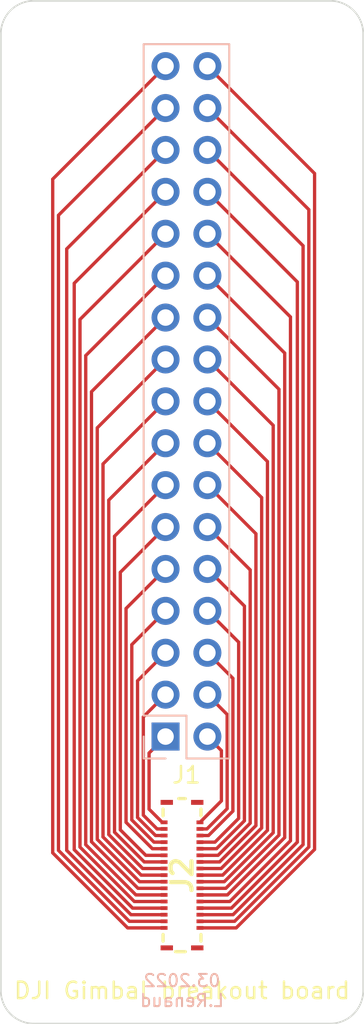
<source format=kicad_pcb>
(kicad_pcb (version 20211014) (generator pcbnew)
  (layers (0 "F.Cu" signal) (31 "B.Cu" signal) (34 "B.Paste" user) (35 "F.Paste" user) (36 "B.SilkS" user "B.Silkscreen") (37 "F.SilkS" user "F.Silkscreen") (38 "B.Mask" user) (39 "F.Mask" user) (44 "Edge.Cuts" user))
  (net 0 "")
  (net 1 "Net-(J1-Pad1)")
  (net 2 "Net-(J1-Pad2)")
  (net 3 "Net-(J1-Pad3)")
  (net 4 "Net-(J1-Pad4)")
  (net 5 "Net-(J1-Pad5)")
  (net 6 "Net-(J1-Pad6)")
  (net 7 "Net-(J1-Pad7)")
  (net 8 "Net-(J1-Pad8)")
  (net 9 "Net-(J1-Pad9)")
  (net 10 "Net-(J1-Pad10)")
  (net 11 "Net-(J1-Pad11)")
  (net 12 "Net-(J1-Pad12)")
  (net 13 "Net-(J1-Pad13)")
  (net 14 "Net-(J1-Pad14)")
  (net 15 "Net-(J1-Pad15)")
  (net 16 "Net-(J1-Pad16)")
  (net 17 "Net-(J1-Pad17)")
  (net 18 "Net-(J1-Pad18)")
  (net 19 "Net-(J1-Pad19)")
  (net 20 "Net-(J1-Pad20)")
  (net 21 "Net-(J1-Pad21)")
  (net 22 "Net-(J1-Pad22)")
  (net 23 "Net-(J1-Pad23)")
  (net 24 "Net-(J1-Pad24)")
  (net 25 "Net-(J1-Pad25)")
  (net 26 "Net-(J1-Pad26)")
  (net 27 "Net-(J1-Pad27)")
  (net 28 "Net-(J1-Pad28)")
  (net 29 "Net-(J1-Pad29)")
  (net 30 "Net-(J1-Pad30)")
  (net 31 "Net-(J1-Pad31)")
  (net 32 "Net-(J1-Pad32)")
  (net 33 "Net-(J1-Pad33)")
  (net 34 "Net-(J1-Pad34)")
  (footprint "SamacSys_Parts:BM20B0834DS04V53" (layer "F.Cu") (at 177 110 -90)
    (fp_text reference "J2" (at 0 0 90) (layer "F.SilkS") (effects (font (size 1.27 1.27) (thickness 0.254))))
    (fp_text value "BM20B_0.8_-34DS-0.4V_53_" hide)
    (fp_line (start 3.6 -1.15) (end 4 -1.15) (layer "F.SilkS") (width 0.2))
    (fp_line (start 4.64 0.4) (end 4.64 -0.2) (layer "F.SilkS") (width 0.2))
    (fp_line (start -4 -1.15) (end -3.6 -1.15) (layer "F.SilkS") (width 0.2))
    (fp_line (start 3.6 1.15) (end 4 1.15) (layer "F.SilkS") (width 0.2))
    (fp_line (start -4 1.15) (end -3.6 1.15) (layer "F.SilkS") (width 0.2))
    (fp_line (start -4.64 0.2) (end -4.64 -0.2) (layer "F.SilkS") (width 0.2))
    (pad "1" smd rect locked (at -3.2 1.09 270) (size 0.23 0.42) (layers "F.Cu" "F.Paste" "F.Mask") (net 1 "Net-(J1-Pad1)"))
    (pad "2" smd rect locked (at -3.2 -1.09 270) (size 0.23 0.42) (layers "F.Cu" "F.Paste" "F.Mask") (net 2 "Net-(J1-Pad2)"))
    (pad "3" smd rect locked (at -2.8 1.09 270) (size 0.23 0.42) (layers "F.Cu" "F.Paste" "F.Mask") (net 3 "Net-(J1-Pad3)"))
    (pad "4" smd rect locked (at -2.8 -1.09 270) (size 0.23 0.42) (layers "F.Cu" "F.Paste" "F.Mask") (net 4 "Net-(J1-Pad4)"))
    (pad "5" smd rect locked (at -2.4 1.09 270) (size 0.23 0.42) (layers "F.Cu" "F.Paste" "F.Mask") (net 5 "Net-(J1-Pad5)"))
    (pad "6" smd rect locked (at -2.4 -1.09 270) (size 0.23 0.42) (layers "F.Cu" "F.Paste" "F.Mask") (net 6 "Net-(J1-Pad6)"))
    (pad "7" smd rect locked (at -2 1.09 270) (size 0.23 0.42) (layers "F.Cu" "F.Paste" "F.Mask") (net 7 "Net-(J1-Pad7)"))
    (pad "8" smd rect locked (at -2 -1.09 270) (size 0.23 0.42) (layers "F.Cu" "F.Paste" "F.Mask") (net 8 "Net-(J1-Pad8)"))
    (pad "9" smd rect locked (at -1.6 1.09 270) (size 0.23 0.42) (layers "F.Cu" "F.Paste" "F.Mask") (net 9 "Net-(J1-Pad9)"))
    (pad "10" smd rect locked (at -1.6 -1.09 270) (size 0.23 0.42) (layers "F.Cu" "F.Paste" "F.Mask") (net 10 "Net-(J1-Pad10)"))
    (pad "11" smd rect locked (at -1.2 1.09 270) (size 0.23 0.42) (layers "F.Cu" "F.Paste" "F.Mask") (net 11 "Net-(J1-Pad11)"))
    (pad "12" smd rect locked (at -1.2 -1.09 270) (size 0.23 0.42) (layers "F.Cu" "F.Paste" "F.Mask") (net 12 "Net-(J1-Pad12)"))
    (pad "13" smd rect locked (at -0.8 1.09 270) (size 0.23 0.42) (layers "F.Cu" "F.Paste" "F.Mask") (net 13 "Net-(J1-Pad13)"))
    (pad "14" smd rect locked (at -0.8 -1.09 270) (size 0.23 0.42) (layers "F.Cu" "F.Paste" "F.Mask") (net 14 "Net-(J1-Pad14)"))
    (pad "15" smd rect locked (at -0.4 1.09 270) (size 0.23 0.42) (layers "F.Cu" "F.Paste" "F.Mask") (net 15 "Net-(J1-Pad15)"))
    (pad "16" smd rect locked (at -0.4 -1.09 270) (size 0.23 0.42) (layers "F.Cu" "F.Paste" "F.Mask") (net 16 "Net-(J1-Pad16)"))
    (pad "17" smd rect locked (at 0 1.09 270) (size 0.23 0.42) (layers "F.Cu" "F.Paste" "F.Mask") (net 17 "Net-(J1-Pad17)"))
    (pad "18" smd rect locked (at 0 -1.09 270) (size 0.23 0.42) (layers "F.Cu" "F.Paste" "F.Mask") (net 18 "Net-(J1-Pad18)"))
    (pad "19" smd rect locked (at 0.4 1.09 270) (size 0.23 0.42) (layers "F.Cu" "F.Paste" "F.Mask") (net 19 "Net-(J1-Pad19)"))
    (pad "20" smd rect locked (at 0.4 -1.09 270) (size 0.23 0.42) (layers "F.Cu" "F.Paste" "F.Mask") (net 20 "Net-(J1-Pad20)"))
    (pad "21" smd rect locked (at 0.8 1.09 270) (size 0.23 0.42) (layers "F.Cu" "F.Paste" "F.Mask") (net 21 "Net-(J1-Pad21)"))
    (pad "22" smd rect locked (at 0.8 -1.09 270) (size 0.23 0.42) (layers "F.Cu" "F.Paste" "F.Mask") (net 22 "Net-(J1-Pad22)"))
    (pad "23" smd rect locked (at 1.2 1.09 270) (size 0.23 0.42) (layers "F.Cu" "F.Paste" "F.Mask") (net 23 "Net-(J1-Pad23)"))
    (pad "24" smd rect locked (at 1.2 -1.09 270) (size 0.23 0.42) (layers "F.Cu" "F.Paste" "F.Mask") (net 24 "Net-(J1-Pad24)"))
    (pad "25" smd rect locked (at 1.6 1.09 270) (size 0.23 0.42) (layers "F.Cu" "F.Paste" "F.Mask") (net 25 "Net-(J1-Pad25)"))
    (pad "26" smd rect locked (at 1.6 -1.09 270) (size 0.23 0.42) (layers "F.Cu" "F.Paste" "F.Mask") (net 26 "Net-(J1-Pad26)"))
    (pad "27" smd rect locked (at 2 1.09 270) (size 0.23 0.42) (layers "F.Cu" "F.Paste" "F.Mask") (net 27 "Net-(J1-Pad27)"))
    (pad "28" smd rect locked (at 2 -1.09 270) (size 0.23 0.42) (layers "F.Cu" "F.Paste" "F.Mask") (net 28 "Net-(J1-Pad28)"))
    (pad "29" smd rect locked (at 2.4 1.09 270) (size 0.23 0.42) (layers "F.Cu" "F.Paste" "F.Mask") (net 29 "Net-(J1-Pad29)"))
    (pad "30" smd rect locked (at 2.4 -1.09 270) (size 0.23 0.42) (layers "F.Cu" "F.Paste" "F.Mask") (net 30 "Net-(J1-Pad30)"))
    (pad "31" smd rect locked (at 2.8 1.09 270) (size 0.23 0.42) (layers "F.Cu" "F.Paste" "F.Mask") (net 31 "Net-(J1-Pad31)"))
    (pad "32" smd rect locked (at 2.8 -1.09 270) (size 0.23 0.42) (layers "F.Cu" "F.Paste" "F.Mask") (net 32 "Net-(J1-Pad32)"))
    (pad "33" smd rect locked (at 3.2 1.09 270) (size 0.23 0.42) (layers "F.Cu" "F.Paste" "F.Mask") (net 33 "Net-(J1-Pad33)"))
    (pad "34" smd rect locked (at 3.2 -1.09 270) (size 0.23 0.42) (layers "F.Cu" "F.Paste" "F.Mask") (net 34 "Net-(J1-Pad34)"))
    (pad "MP1" smd rect locked (at -4.41 -0.925 270) (size 0.3 0.75) (layers "F.Cu" "F.Paste" "F.Mask"))
    (pad "MP2" smd rect locked (at -4.41 0.925 270) (size 0.3 0.75) (layers "F.Cu" "F.Paste" "F.Mask"))
    (pad "MP3" smd rect locked (at 4.41 0.925 270) (size 0.3 0.75) (layers "F.Cu" "F.Paste" "F.Mask"))
    (pad "MP4" smd rect locked (at 4.41 -0.925 270) (size 0.3 0.75) (layers "F.Cu" "F.Paste" "F.Mask"))
  )
  (footprint "Connector_PinHeader_2.54mm:PinHeader_2x17_P2.54mm_Vertical" (layer "B.Cu") (at 176 101.6)
    (fp_text reference "J1" (at 1.27 2.33) (layer "F.SilkS"))
    (fp_text value "Conn_02x17_Odd_Even")
    (fp_line (start 3.87 1.33) (end 3.87 -41.97) (layer "B.SilkS") (width 0.12))
    (fp_line (start -1.33 1.33) (end 0 1.33) (layer "B.SilkS") (width 0.12))
    (fp_line (start -1.33 0) (end -1.33 1.33) (layer "B.SilkS") (width 0.12))
    (fp_line (start 1.27 -1.27) (end 1.27 1.33) (layer "B.SilkS") (width 0.12))
    (fp_line (start -1.33 -41.97) (end 3.87 -41.97) (layer "B.SilkS") (width 0.12))
    (fp_line (start -1.33 -1.27) (end 1.27 -1.27) (layer "B.SilkS") (width 0.12))
    (fp_line (start -1.33 -1.27) (end -1.33 -41.97) (layer "B.SilkS") (width 0.12))
    (fp_line (start 1.27 1.33) (end 3.87 1.33) (layer "B.SilkS") (width 0.12))
    (pad "1" thru_hole rect (at 0 0) (size 1.7 1.7) (drill 1) (layers *.Cu *.Mask) (net 1 "Net-(J1-Pad1)"))
    (pad "2" thru_hole oval (at 2.54 0) (size 1.7 1.7) (drill 1) (layers *.Cu *.Mask) (net 2 "Net-(J1-Pad2)"))
    (pad "3" thru_hole oval (at 0 -2.54) (size 1.7 1.7) (drill 1) (layers *.Cu *.Mask) (net 3 "Net-(J1-Pad3)"))
    (pad "4" thru_hole oval (at 2.54 -2.54) (size 1.7 1.7) (drill 1) (layers *.Cu *.Mask) (net 4 "Net-(J1-Pad4)"))
    (pad "5" thru_hole oval (at 0 -5.08) (size 1.7 1.7) (drill 1) (layers *.Cu *.Mask) (net 5 "Net-(J1-Pad5)"))
    (pad "6" thru_hole oval (at 2.54 -5.08) (size 1.7 1.7) (drill 1) (layers *.Cu *.Mask) (net 6 "Net-(J1-Pad6)"))
    (pad "7" thru_hole oval (at 0 -7.62) (size 1.7 1.7) (drill 1) (layers *.Cu *.Mask) (net 7 "Net-(J1-Pad7)"))
    (pad "8" thru_hole oval (at 2.54 -7.62) (size 1.7 1.7) (drill 1) (layers *.Cu *.Mask) (net 8 "Net-(J1-Pad8)"))
    (pad "9" thru_hole oval (at 0 -10.16) (size 1.7 1.7) (drill 1) (layers *.Cu *.Mask) (net 9 "Net-(J1-Pad9)"))
    (pad "10" thru_hole oval (at 2.54 -10.16) (size 1.7 1.7) (drill 1) (layers *.Cu *.Mask) (net 10 "Net-(J1-Pad10)"))
    (pad "11" thru_hole oval (at 0 -12.7) (size 1.7 1.7) (drill 1) (layers *.Cu *.Mask) (net 11 "Net-(J1-Pad11)"))
    (pad "12" thru_hole oval (at 2.54 -12.7) (size 1.7 1.7) (drill 1) (layers *.Cu *.Mask) (net 12 "Net-(J1-Pad12)"))
    (pad "13" thru_hole oval (at 0 -15.24) (size 1.7 1.7) (drill 1) (layers *.Cu *.Mask) (net 13 "Net-(J1-Pad13)"))
    (pad "14" thru_hole oval (at 2.54 -15.24) (size 1.7 1.7) (drill 1) (layers *.Cu *.Mask) (net 14 "Net-(J1-Pad14)"))
    (pad "15" thru_hole oval (at 0 -17.78) (size 1.7 1.7) (drill 1) (layers *.Cu *.Mask) (net 15 "Net-(J1-Pad15)"))
    (pad "16" thru_hole oval (at 2.54 -17.78) (size 1.7 1.7) (drill 1) (layers *.Cu *.Mask) (net 16 "Net-(J1-Pad16)"))
    (pad "17" thru_hole oval (at 0 -20.32) (size 1.7 1.7) (drill 1) (layers *.Cu *.Mask) (net 17 "Net-(J1-Pad17)"))
    (pad "18" thru_hole oval (at 2.54 -20.32) (size 1.7 1.7) (drill 1) (layers *.Cu *.Mask) (net 18 "Net-(J1-Pad18)"))
    (pad "19" thru_hole oval (at 0 -22.86) (size 1.7 1.7) (drill 1) (layers *.Cu *.Mask) (net 19 "Net-(J1-Pad19)"))
    (pad "20" thru_hole oval (at 2.54 -22.86) (size 1.7 1.7) (drill 1) (layers *.Cu *.Mask) (net 20 "Net-(J1-Pad20)"))
    (pad "21" thru_hole oval (at 0 -25.4) (size 1.7 1.7) (drill 1) (layers *.Cu *.Mask) (net 21 "Net-(J1-Pad21)"))
    (pad "22" thru_hole oval (at 2.54 -25.4) (size 1.7 1.7) (drill 1) (layers *.Cu *.Mask) (net 22 "Net-(J1-Pad22)"))
    (pad "23" thru_hole oval (at 0 -27.94) (size 1.7 1.7) (drill 1) (layers *.Cu *.Mask) (net 23 "Net-(J1-Pad23)"))
    (pad "24" thru_hole oval (at 2.54 -27.94) (size 1.7 1.7) (drill 1) (layers *.Cu *.Mask) (net 24 "Net-(J1-Pad24)"))
    (pad "25" thru_hole oval (at 0 -30.48) (size 1.7 1.7) (drill 1) (layers *.Cu *.Mask) (net 25 "Net-(J1-Pad25)"))
    (pad "26" thru_hole oval (at 2.54 -30.48) (size 1.7 1.7) (drill 1) (layers *.Cu *.Mask) (net 26 "Net-(J1-Pad26)"))
    (pad "27" thru_hole oval (at 0 -33.02) (size 1.7 1.7) (drill 1) (layers *.Cu *.Mask) (net 27 "Net-(J1-Pad27)"))
    (pad "28" thru_hole oval (at 2.54 -33.02) (size 1.7 1.7) (drill 1) (layers *.Cu *.Mask) (net 28 "Net-(J1-Pad28)"))
    (pad "29" thru_hole oval (at 0 -35.56) (size 1.7 1.7) (drill 1) (layers *.Cu *.Mask) (net 29 "Net-(J1-Pad29)"))
    (pad "30" thru_hole oval (at 2.54 -35.56) (size 1.7 1.7) (drill 1) (layers *.Cu *.Mask) (net 30 "Net-(J1-Pad30)"))
    (pad "31" thru_hole oval (at 0 -38.1) (size 1.7 1.7) (drill 1) (layers *.Cu *.Mask) (net 31 "Net-(J1-Pad31)"))
    (pad "32" thru_hole oval (at 2.54 -38.1) (size 1.7 1.7) (drill 1) (layers *.Cu *.Mask) (net 32 "Net-(J1-Pad32)"))
    (pad "33" thru_hole oval (at 0 -40.64) (size 1.7 1.7) (drill 1) (layers *.Cu *.Mask) (net 33 "Net-(J1-Pad33)"))
    (pad "34" thru_hole oval (at 2.54 -40.64) (size 1.7 1.7) (drill 1) (layers *.Cu *.Mask) (net 34 "Net-(J1-Pad34)"))
  )
  (gr_line (start 168 57) (end 186 57) (layer "Edge.Cuts") (width 0.1))
  (gr_line (start 166 59) (end 166 117) (layer "Edge.Cuts") (width 0.1))
  (gr_arc (start 188 117) (mid 187.414214 118.414214) (end 186 119) (layer "Edge.Cuts") (width 0.1))
  (gr_arc (start 166 59) (mid 166.585786 57.585786) (end 168 57) (layer "Edge.Cuts") (width 0.1))
  (gr_arc (start 168 119) (mid 166.585786 118.414214) (end 166 117) (layer "Edge.Cuts") (width 0.1))
  (gr_line (start 168 119) (end 186 119) (layer "Edge.Cuts") (width 0.1))
  (gr_line (start 188 117) (end 188 59) (layer "Edge.Cuts") (width 0.1))
  (gr_arc (start 186 57) (mid 187.414214 57.585786) (end 188 59) (layer "Edge.Cuts") (width 0.1))
  (gr_text "03.2022\nL.Renaud" (at 177 117) (layer "B.SilkS") (effects (font (size 0.75 0.75) (thickness 0.12)) (justify mirror)))
  (gr_text "DJI Gimbal breakout board" (at 177 117) (layer "F.SilkS") (effects (font (size 1 1))))
  (segment (start 175.91 106.8) (end 175.8 106.8) (width 0.2) (layer "F.Cu") (net 1))
  (segment (start 175 102.6) (end 176 101.6) (width 0.2) (layer "F.Cu") (net 1))
  (segment (start 175.8 106.8) (end 175 106) (width 0.2) (layer "F.Cu") (net 1))
  (segment (start 175 106) (end 175 102.6) (width 0.2) (layer "F.Cu") (net 1))
  (segment (start 178.09 106.8) (end 179.39 105.5) (width 0.2) (layer "F.Cu") (net 2))
  (segment (start 179.39 102.45) (end 178.54 101.6) (width 0.2) (layer "F.Cu") (net 2))
  (segment (start 179.39 105.5) (end 179.39 102.45) (width 0.2) (layer "F.Cu") (net 2))
  (segment (start 175.485978 107.2) (end 174.650481 106.364503) (width 0.2) (layer "F.Cu") (net 3))
  (segment (start 174.650481 100.409519) (end 176 99.06) (width 0.2) (layer "F.Cu") (net 3))
  (segment (start 174.650481 106.364503) (end 174.650481 100.409519) (width 0.2) (layer "F.Cu") (net 3))
  (segment (start 175.91 107.2) (end 175.485978 107.2) (width 0.2) (layer "F.Cu") (net 3))
  (segment (start 178.514022 107.2) (end 179.739519 105.974503) (width 0.2) (layer "F.Cu") (net 4))
  (segment (start 179.739519 100.259519) (end 178.54 99.06) (width 0.2) (layer "F.Cu") (net 4))
  (segment (start 178.09 107.2) (end 178.514022 107.2) (width 0.2) (layer "F.Cu") (net 4))
  (segment (start 179.739519 105.974503) (end 179.739519 100.259519) (width 0.2) (layer "F.Cu") (net 4))
  (segment (start 175.391682 107.6) (end 174.300961 106.509278) (width 0.2) (layer "F.Cu") (net 5))
  (segment (start 174.300961 106.509278) (end 174.300961 98.219039) (width 0.2) (layer "F.Cu") (net 5))
  (segment (start 174.300961 98.219039) (end 176 96.52) (width 0.2) (layer "F.Cu") (net 5))
  (segment (start 175.91 107.6) (end 175.391682 107.6) (width 0.2) (layer "F.Cu") (net 5))
  (segment (start 180.089039 106.119278) (end 180.089039 98.069039) (width 0.2) (layer "F.Cu") (net 6))
  (segment (start 178.608318 107.6) (end 180.089039 106.119278) (width 0.2) (layer "F.Cu") (net 6))
  (segment (start 178.09 107.6) (end 178.608318 107.6) (width 0.2) (layer "F.Cu") (net 6))
  (segment (start 180.089039 98.069039) (end 178.54 96.52) (width 0.2) (layer "F.Cu") (net 6))
  (segment (start 173.951441 96.028559) (end 173.951442 106.654055) (width 0.2) (layer "F.Cu") (net 7))
  (segment (start 173.951442 106.654055) (end 175.297387 108) (width 0.2) (layer "F.Cu") (net 7))
  (segment (start 176 93.98) (end 173.951441 96.028559) (width 0.2) (layer "F.Cu") (net 7))
  (segment (start 175.297387 108) (end 175.91 108) (width 0.2) (layer "F.Cu") (net 7))
  (segment (start 179 108) (end 178.09 108) (width 0.2) (layer "F.Cu") (net 8))
  (segment (start 180.438558 106.561442) (end 179 108) (width 0.2) (layer "F.Cu") (net 8))
  (segment (start 180.438558 95.878558) (end 180.438558 106.561442) (width 0.2) (layer "F.Cu") (net 8))
  (segment (start 178.54 93.98) (end 180.438558 95.878558) (width 0.2) (layer "F.Cu") (net 8))
  (segment (start 173.601922 106.798831) (end 173.601922 93.838078) (width 0.2) (layer "F.Cu") (net 9))
  (segment (start 173.601922 93.838078) (end 176 91.44) (width 0.2) (layer "F.Cu") (net 9))
  (segment (start 175.203091 108.4) (end 173.601922 106.798831) (width 0.2) (layer "F.Cu") (net 9))
  (segment (start 175.91 108.4) (end 175.203091 108.4) (width 0.2) (layer "F.Cu") (net 9))
  (segment (start 180.788078 93.688078) (end 178.54 91.44) (width 0.2) (layer "F.Cu") (net 10))
  (segment (start 180.788078 106.706217) (end 180.788078 93.688078) (width 0.2) (layer "F.Cu") (net 10))
  (segment (start 179.094295 108.4) (end 180.788078 106.706217) (width 0.2) (layer "F.Cu") (net 10))
  (segment (start 178.09 108.4) (end 179.094295 108.4) (width 0.2) (layer "F.Cu") (net 10))
  (segment (start 174.8 108.8) (end 175.91 108.8) (width 0.2) (layer "F.Cu") (net 11))
  (segment (start 173.252403 107.252403) (end 174.8 108.8) (width 0.2) (layer "F.Cu") (net 11))
  (segment (start 176 88.9) (end 173.252403 91.647597) (width 0.2) (layer "F.Cu") (net 11))
  (segment (start 173.252403 91.647597) (end 173.252403 107.252403) (width 0.2) (layer "F.Cu") (net 11))
  (segment (start 181.137598 91.497598) (end 178.54 88.9) (width 0.2) (layer "F.Cu") (net 12))
  (segment (start 178.09 108.8) (end 179.18859 108.8) (width 0.2) (layer "F.Cu") (net 12))
  (segment (start 181.137598 106.850992) (end 181.137598 91.497598) (width 0.2) (layer "F.Cu") (net 12))
  (segment (start 179.18859 108.8) (end 181.137598 106.850992) (width 0.2) (layer "F.Cu") (net 12))
  (segment (start 175.91 109.2) (end 174.705705 109.2) (width 0.2) (layer "F.Cu") (net 13))
  (segment (start 174.705705 109.2) (end 172.902883 107.397178) (width 0.2) (layer "F.Cu") (net 13))
  (segment (start 172.902883 89.457117) (end 176 86.36) (width 0.2) (layer "F.Cu") (net 13))
  (segment (start 172.902883 107.397178) (end 172.902883 89.457117) (width 0.2) (layer "F.Cu") (net 13))
  (segment (start 181.487118 89.307118) (end 181.487117 106.995769) (width 0.2) (layer "F.Cu") (net 14))
  (segment (start 178.54 86.36) (end 181.487118 89.307118) (width 0.2) (layer "F.Cu") (net 14))
  (segment (start 181.487117 106.995769) (end 179.282886 109.2) (width 0.2) (layer "F.Cu") (net 14))
  (segment (start 179.282886 109.2) (end 178.09 109.2) (width 0.2) (layer "F.Cu") (net 14))
  (segment (start 172.553363 87.266637) (end 176 83.82) (width 0.2) (layer "F.Cu") (net 15))
  (segment (start 174.61141 109.6) (end 172.553363 107.541953) (width 0.2) (layer "F.Cu") (net 15))
  (segment (start 175.91 109.6) (end 174.61141 109.6) (width 0.2) (layer "F.Cu") (net 15))
  (segment (start 172.553363 107.541953) (end 172.553363 87.266637) (width 0.2) (layer "F.Cu") (net 15))
  (segment (start 181.836638 107.140543) (end 181.836638 87.116638) (width 0.2) (layer "F.Cu") (net 16))
  (segment (start 179.377181 109.6) (end 181.836638 107.140543) (width 0.2) (layer "F.Cu") (net 16))
  (segment (start 181.836638 87.116638) (end 178.54 83.82) (width 0.2) (layer "F.Cu") (net 16))
  (segment (start 178.09 109.6) (end 179.377181 109.6) (width 0.2) (layer "F.Cu") (net 16))
  (segment (start 174.517115 110) (end 172.203843 107.686728) (width 0.2) (layer "F.Cu") (net 17))
  (segment (start 175.91 110) (end 174.517115 110) (width 0.2) (layer "F.Cu") (net 17))
  (segment (start 172.203843 107.686728) (end 172.203843 85.076157) (width 0.2) (layer "F.Cu") (net 17))
  (segment (start 172.203843 85.076157) (end 176 81.28) (width 0.2) (layer "F.Cu") (net 17))
  (segment (start 182.186158 84.926158) (end 182.186157 87.261415) (width 0.2) (layer "F.Cu") (net 18))
  (segment (start 178.54 81.28) (end 182.186158 84.926158) (width 0.2) (layer "F.Cu") (net 18))
  (segment (start 182.186157 87.261415) (end 182.186157 107.28532) (width 0.2) (layer "F.Cu") (net 18))
  (segment (start 182.186157 107.28532) (end 179.471477 110) (width 0.2) (layer "F.Cu") (net 18))
  (segment (start 179.471477 110) (end 178.09 110) (width 0.2) (layer "F.Cu") (net 18))
  (segment (start 171.854324 107.831505) (end 174.422819 110.4) (width 0.2) (layer "F.Cu") (net 19))
  (segment (start 171.854323 82.885677) (end 171.854324 107.831505) (width 0.2) (layer "F.Cu") (net 19))
  (segment (start 176 78.74) (end 171.854323 82.885677) (width 0.2) (layer "F.Cu") (net 19))
  (segment (start 174.422819 110.4) (end 175.91 110.4) (width 0.2) (layer "F.Cu") (net 19))
  (segment (start 182.535676 107.430096) (end 182.535676 82.735676) (width 0.2) (layer "F.Cu") (net 20))
  (segment (start 182.535676 82.735676) (end 178.54 78.74) (width 0.2) (layer "F.Cu") (net 20))
  (segment (start 179.565772 110.4) (end 182.535676 107.430096) (width 0.2) (layer "F.Cu") (net 20))
  (segment (start 178.09 110.4) (end 179.565772 110.4) (width 0.2) (layer "F.Cu") (net 20))
  (segment (start 171.504804 107.97628) (end 171.504804 80.695196) (width 0.2) (layer "F.Cu") (net 21))
  (segment (start 174.328523 110.8) (end 171.504804 107.97628) (width 0.2) (layer "F.Cu") (net 21))
  (segment (start 175.91 110.8) (end 174.328523 110.8) (width 0.2) (layer "F.Cu") (net 21))
  (segment (start 171.504804 80.695196) (end 176 76.2) (width 0.2) (layer "F.Cu") (net 21))
  (segment (start 179.660068 110.8) (end 178.09 110.8) (width 0.2) (layer "F.Cu") (net 22))
  (segment (start 178.54 76.2) (end 182.885195 80.545195) (width 0.2) (layer "F.Cu") (net 22))
  (segment (start 182.885195 107.574873) (end 179.660068 110.8) (width 0.2) (layer "F.Cu") (net 22))
  (segment (start 182.885195 80.545195) (end 182.885195 107.574873) (width 0.2) (layer "F.Cu") (net 22))
  (segment (start 171.155285 108.155285) (end 174.2 111.2) (width 0.2) (layer "F.Cu") (net 23))
  (segment (start 176 73.66) (end 171.155285 78.504715) (width 0.2) (layer "F.Cu") (net 23))
  (segment (start 171.155285 78.504715) (end 171.155285 108.155285) (width 0.2) (layer "F.Cu") (net 23))
  (segment (start 174.2 111.2) (end 175.91 111.2) (width 0.2) (layer "F.Cu") (net 23))
  (segment (start 183.234715 78.354715) (end 178.54 73.66) (width 0.2) (layer "F.Cu") (net 24))
  (segment (start 179.754363 111.2) (end 183.234715 107.719648) (width 0.2) (layer "F.Cu") (net 24))
  (segment (start 178.09 111.2) (end 179.754363 111.2) (width 0.2) (layer "F.Cu") (net 24))
  (segment (start 183.234715 107.719648) (end 183.234715 78.354715) (width 0.2) (layer "F.Cu") (net 24))
  (segment (start 175.91 111.6) (end 174.105705 111.6) (width 0.2) (layer "F.Cu") (net 25))
  (segment (start 174.105705 111.6) (end 170.805766 108.300061) (width 0.2) (layer "F.Cu") (net 25))
  (segment (start 170.805766 108.300061) (end 170.805766 76.314234) (width 0.2) (layer "F.Cu") (net 25))
  (segment (start 170.805766 76.314234) (end 176 71.12) (width 0.2) (layer "F.Cu") (net 25))
  (segment (start 178.54 71.12) (end 183.584234 76.164234) (width 0.2) (layer "F.Cu") (net 26))
  (segment (start 183.584234 107.915766) (end 179.9 111.6) (width 0.2) (layer "F.Cu") (net 26))
  (segment (start 183.584234 76.164234) (end 183.584234 107.915766) (width 0.2) (layer "F.Cu") (net 26))
  (segment (start 179.9 111.6) (end 178.09 111.6) (width 0.2) (layer "F.Cu") (net 26))
  (segment (start 176 68.58) (end 170.456247 74.123753) (width 0.2) (layer "F.Cu") (net 27))
  (segment (start 170.456247 108.456247) (end 174 112) (width 0.2) (layer "F.Cu") (net 27))
  (segment (start 170.456247 74.123753) (end 170.456247 108.456247) (width 0.2) (layer "F.Cu") (net 27))
  (segment (start 174 112) (end 175.91 112) (width 0.2) (layer "F.Cu") (net 27))
  (segment (start 184 108) (end 180 112) (width 0.2) (layer "F.Cu") (net 28))
  (segment (start 178.54 68.58) (end 184 74.04) (width 0.2) (layer "F.Cu") (net 28))
  (segment (start 184 74.04) (end 184 108) (width 0.2) (layer "F.Cu") (net 28))
  (segment (start 180 112) (end 178.09 112) (width 0.2) (layer "F.Cu") (net 28))
  (segment (start 176 66.04) (end 170 72.04) (width 0.2) (layer "F.Cu") (net 29))
  (segment (start 170 72.04) (end 170 108.5) (width 0.2) (layer "F.Cu") (net 29))
  (segment (start 170 108.5) (end 173.9 112.4) (width 0.2) (layer "F.Cu") (net 29))
  (segment (start 173.9 112.4) (end 175.91 112.4) (width 0.2) (layer "F.Cu") (net 29))
  (segment (start 184.349519 71.849519) (end 184.349519 108.150481) (width 0.2) (layer "F.Cu") (net 30))
  (segment (start 184.349519 108.150481) (end 180.1 112.4) (width 0.2) (layer "F.Cu") (net 30))
  (segment (start 180.1 112.4) (end 178.09 112.4) (width 0.2) (layer "F.Cu") (net 30))
  (segment (start 178.54 66.04) (end 184.349519 71.849519) (width 0.2) (layer "F.Cu") (net 30))
  (segment (start 173.8 112.8) (end 169.5 108.5) (width 0.2) (layer "F.Cu") (net 31))
  (segment (start 175.91 112.8) (end 173.8 112.8) (width 0.2) (layer "F.Cu") (net 31))
  (segment (start 169.5 70) (end 176 63.5) (width 0.2) (layer "F.Cu") (net 31))
  (segment (start 169.5 108.5) (end 169.5 70) (width 0.2) (layer "F.Cu") (net 31))
  (segment (start 184.699038 108.295257) (end 184.699038 69.659038) (width 0.2) (layer "F.Cu") (net 32))
  (segment (start 180.194295 112.8) (end 184.699038 108.295257) (width 0.2) (layer "F.Cu") (net 32))
  (segment (start 184.699038 69.659038) (end 178.54 63.5) (width 0.2) (layer "F.Cu") (net 32))
  (segment (start 178.09 112.8) (end 180.194295 112.8) (width 0.2) (layer "F.Cu") (net 32))
  (segment (start 169.150481 108.650481) (end 173.7 113.2) (width 0.2) (layer "F.Cu") (net 33))
  (segment (start 173.7 113.2) (end 175.91 113.2) (width 0.2) (layer "F.Cu") (net 33))
  (segment (start 169.150481 67.809519) (end 169.150481 108.650481) (width 0.2) (layer "F.Cu") (net 33))
  (segment (start 176 60.96) (end 169.150481 67.809519) (width 0.2) (layer "F.Cu") (net 33))
  (segment (start 180.28859 113.2) (end 185.048557 108.440033) (width 0.2) (layer "F.Cu") (net 34))
  (segment (start 185.048557 108.440033) (end 185.048557 67.468557) (width 0.2) (layer "F.Cu") (net 34))
  (segment (start 185.048557 67.468557) (end 178.54 60.96) (width 0.2) (layer "F.Cu") (net 34))
  (segment (start 178.09 113.2) (end 180.28859 113.2) (width 0.2) (layer "F.Cu") (net 34))
)
</source>
